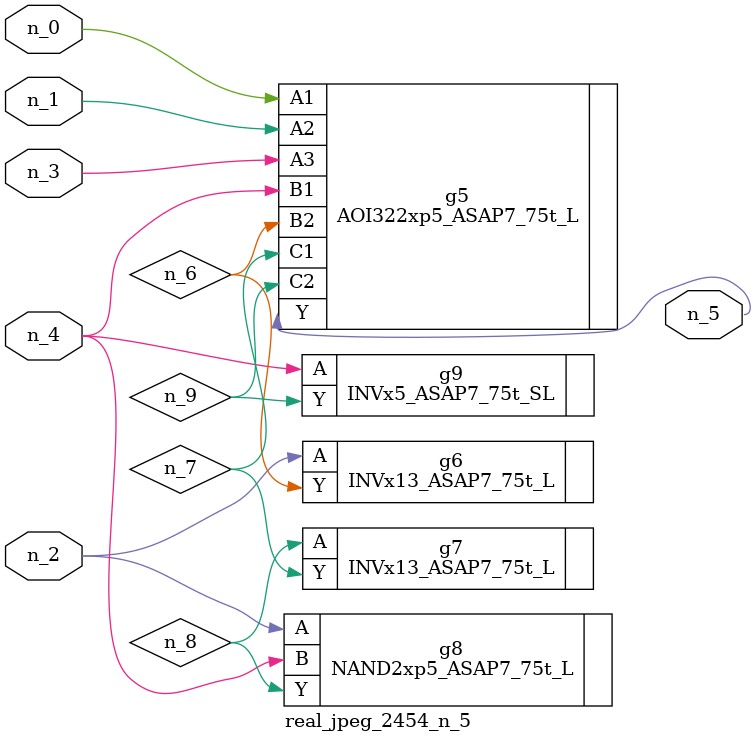
<source format=v>
module real_jpeg_2454_n_5 (n_4, n_0, n_1, n_2, n_3, n_5);

input n_4;
input n_0;
input n_1;
input n_2;
input n_3;

output n_5;

wire n_8;
wire n_6;
wire n_7;
wire n_9;

AOI322xp5_ASAP7_75t_L g5 ( 
.A1(n_0),
.A2(n_1),
.A3(n_3),
.B1(n_4),
.B2(n_6),
.C1(n_7),
.C2(n_9),
.Y(n_5)
);

INVx13_ASAP7_75t_L g6 ( 
.A(n_2),
.Y(n_6)
);

NAND2xp5_ASAP7_75t_L g8 ( 
.A(n_2),
.B(n_4),
.Y(n_8)
);

INVx5_ASAP7_75t_SL g9 ( 
.A(n_4),
.Y(n_9)
);

INVx13_ASAP7_75t_L g7 ( 
.A(n_8),
.Y(n_7)
);


endmodule
</source>
